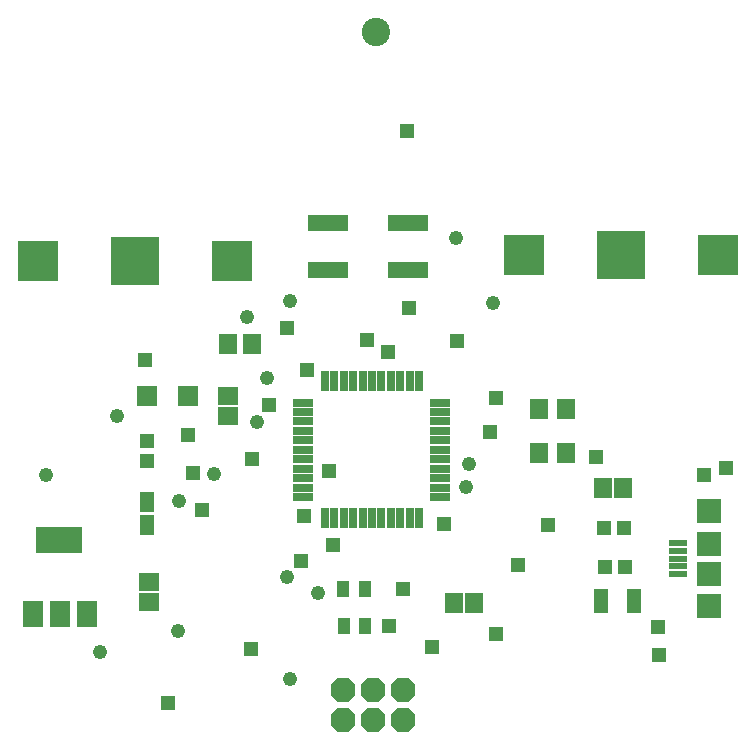
<source format=gts>
G75*
%MOIN*%
%OFA0B0*%
%FSLAX25Y25*%
%IPPOS*%
%LPD*%
%AMOC8*
5,1,8,0,0,1.08239X$1,22.5*
%
%ADD10C,0.09461*%
%ADD11R,0.06706X0.02769*%
%ADD12R,0.02769X0.06706*%
%ADD13R,0.13398X0.05524*%
%ADD14R,0.04737X0.06706*%
%ADD15R,0.05918X0.07099*%
%ADD16OC8,0.08200*%
%ADD17R,0.06312X0.02178*%
%ADD18R,0.08280X0.07887*%
%ADD19R,0.08280X0.08280*%
%ADD20R,0.04737X0.07887*%
%ADD21R,0.04737X0.05131*%
%ADD22R,0.05131X0.04737*%
%ADD23R,0.06706X0.06706*%
%ADD24R,0.06706X0.05918*%
%ADD25R,0.05918X0.06706*%
%ADD26R,0.03950X0.05524*%
%ADD27R,0.06700X0.08700*%
%ADD28R,0.15800X0.08700*%
%ADD29R,0.16154X0.16154*%
%ADD30R,0.13398X0.13398*%
%ADD31R,0.04762X0.04762*%
%ADD32C,0.04762*%
D10*
X0202000Y0286250D03*
D11*
X0223585Y0162748D03*
X0223585Y0159598D03*
X0223585Y0156449D03*
X0223585Y0153299D03*
X0223585Y0150150D03*
X0223585Y0147000D03*
X0223585Y0143850D03*
X0223585Y0140701D03*
X0223585Y0137551D03*
X0223585Y0134402D03*
X0223585Y0131252D03*
X0177915Y0131252D03*
X0177915Y0134402D03*
X0177915Y0137551D03*
X0177915Y0140701D03*
X0177915Y0143850D03*
X0177915Y0147000D03*
X0177915Y0150150D03*
X0177915Y0153299D03*
X0177915Y0156449D03*
X0177915Y0159598D03*
X0177915Y0162748D03*
D12*
X0185002Y0169835D03*
X0188152Y0169835D03*
X0191301Y0169835D03*
X0194451Y0169835D03*
X0197600Y0169835D03*
X0200750Y0169835D03*
X0203900Y0169835D03*
X0207049Y0169835D03*
X0210199Y0169835D03*
X0213348Y0169835D03*
X0216498Y0169835D03*
X0216498Y0124165D03*
X0213348Y0124165D03*
X0210199Y0124165D03*
X0207049Y0124165D03*
X0203900Y0124165D03*
X0200750Y0124165D03*
X0197600Y0124165D03*
X0194451Y0124165D03*
X0191301Y0124165D03*
X0188152Y0124165D03*
X0185002Y0124165D03*
D13*
X0186114Y0206876D03*
X0186114Y0222624D03*
X0212886Y0222624D03*
X0212886Y0206876D03*
D14*
X0125750Y0129451D03*
X0125750Y0122049D03*
D15*
X0152813Y0182250D03*
X0160687Y0182250D03*
X0256472Y0160730D03*
X0265528Y0160730D03*
X0265528Y0145770D03*
X0256472Y0145770D03*
D16*
X0211000Y0067000D03*
X0211000Y0057000D03*
X0201000Y0057000D03*
X0191000Y0057000D03*
X0191000Y0067000D03*
X0201000Y0067000D03*
D17*
X0302817Y0105632D03*
X0302817Y0108191D03*
X0302817Y0110750D03*
X0302817Y0113309D03*
X0302817Y0115868D03*
D18*
X0313250Y0126498D03*
X0313250Y0095002D03*
D19*
X0313250Y0105750D03*
X0313250Y0115750D03*
D20*
X0288012Y0096500D03*
X0276988Y0096500D03*
D21*
X0278404Y0108000D03*
X0285096Y0108000D03*
X0284846Y0121000D03*
X0278154Y0121000D03*
D22*
X0125750Y0143154D03*
X0125750Y0149846D03*
D23*
X0125610Y0165000D03*
X0139390Y0165000D03*
D24*
X0152750Y0164846D03*
X0152750Y0158154D03*
X0126500Y0103096D03*
X0126500Y0096404D03*
D25*
X0228154Y0096000D03*
X0234846Y0096000D03*
X0277904Y0134250D03*
X0284596Y0134250D03*
D26*
X0198293Y0100500D03*
X0191207Y0100500D03*
X0191457Y0088250D03*
X0198543Y0088250D03*
D27*
X0105600Y0092100D03*
X0096600Y0092100D03*
X0087600Y0092100D03*
D28*
X0096500Y0116900D03*
D29*
X0121750Y0210000D03*
X0283750Y0212000D03*
D30*
X0251467Y0212000D03*
X0316033Y0212000D03*
X0154033Y0210000D03*
X0089467Y0210000D03*
D31*
X0125250Y0177000D03*
X0139500Y0152000D03*
X0141000Y0139250D03*
X0144250Y0127000D03*
X0160750Y0144000D03*
X0178000Y0125000D03*
X0187750Y0115250D03*
X0177250Y0110000D03*
X0206500Y0088250D03*
X0211250Y0100500D03*
X0220750Y0081250D03*
X0242000Y0085500D03*
X0249500Y0108750D03*
X0259500Y0122000D03*
X0275500Y0144750D03*
X0240250Y0153000D03*
X0242250Y0164250D03*
X0229250Y0183250D03*
X0213000Y0194250D03*
X0199000Y0183750D03*
X0206250Y0179500D03*
X0179000Y0173500D03*
X0172500Y0187750D03*
X0166500Y0162000D03*
X0186500Y0140000D03*
X0224750Y0122250D03*
X0160500Y0080750D03*
X0132750Y0062500D03*
X0296500Y0078750D03*
X0296250Y0088000D03*
X0311500Y0138500D03*
X0318750Y0141000D03*
X0212500Y0253250D03*
D32*
X0110000Y0079750D03*
X0136202Y0086702D03*
X0172500Y0104500D03*
X0182750Y0099250D03*
X0173500Y0070500D03*
X0136500Y0130000D03*
X0148250Y0139000D03*
X0162500Y0156250D03*
X0165875Y0170875D03*
X0159000Y0191250D03*
X0173500Y0196750D03*
X0228750Y0217750D03*
X0241000Y0196000D03*
X0233000Y0142250D03*
X0232250Y0134500D03*
X0115750Y0158250D03*
X0092250Y0138500D03*
M02*

</source>
